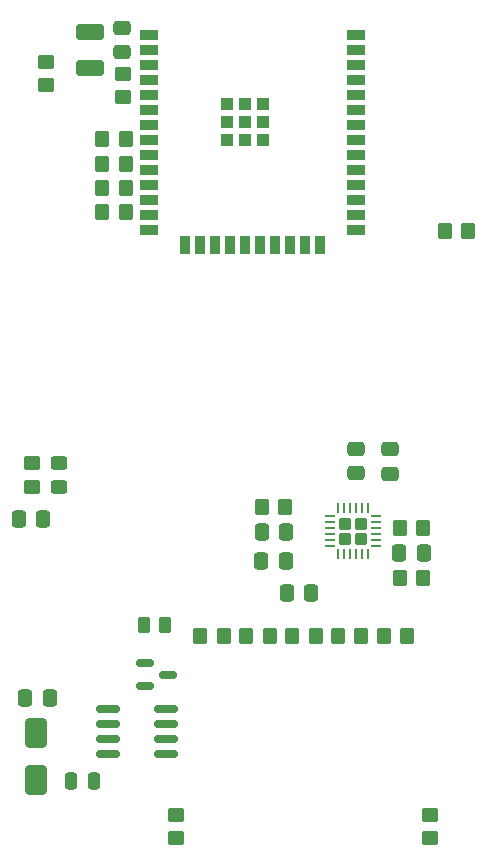
<source format=gbr>
%TF.GenerationSoftware,KiCad,Pcbnew,7.0.0-da2b9df05c~171~ubuntu22.10.1*%
%TF.CreationDate,2023-03-06T15:09:24+01:00*%
%TF.ProjectId,frakfurt_eth,6672616b-6675-4727-945f-6574682e6b69,rev?*%
%TF.SameCoordinates,Original*%
%TF.FileFunction,Paste,Top*%
%TF.FilePolarity,Positive*%
%FSLAX46Y46*%
G04 Gerber Fmt 4.6, Leading zero omitted, Abs format (unit mm)*
G04 Created by KiCad (PCBNEW 7.0.0-da2b9df05c~171~ubuntu22.10.1) date 2023-03-06 15:09:24*
%MOMM*%
%LPD*%
G01*
G04 APERTURE LIST*
G04 Aperture macros list*
%AMRoundRect*
0 Rectangle with rounded corners*
0 $1 Rounding radius*
0 $2 $3 $4 $5 $6 $7 $8 $9 X,Y pos of 4 corners*
0 Add a 4 corners polygon primitive as box body*
4,1,4,$2,$3,$4,$5,$6,$7,$8,$9,$2,$3,0*
0 Add four circle primitives for the rounded corners*
1,1,$1+$1,$2,$3*
1,1,$1+$1,$4,$5*
1,1,$1+$1,$6,$7*
1,1,$1+$1,$8,$9*
0 Add four rect primitives between the rounded corners*
20,1,$1+$1,$2,$3,$4,$5,0*
20,1,$1+$1,$4,$5,$6,$7,0*
20,1,$1+$1,$6,$7,$8,$9,0*
20,1,$1+$1,$8,$9,$2,$3,0*%
G04 Aperture macros list end*
%ADD10RoundRect,0.250000X-0.450000X0.350000X-0.450000X-0.350000X0.450000X-0.350000X0.450000X0.350000X0*%
%ADD11RoundRect,0.250000X0.450000X-0.325000X0.450000X0.325000X-0.450000X0.325000X-0.450000X-0.325000X0*%
%ADD12RoundRect,0.250000X0.350000X0.450000X-0.350000X0.450000X-0.350000X-0.450000X0.350000X-0.450000X0*%
%ADD13RoundRect,0.250000X-0.350000X-0.450000X0.350000X-0.450000X0.350000X0.450000X-0.350000X0.450000X0*%
%ADD14RoundRect,0.250000X0.275000X0.275000X-0.275000X0.275000X-0.275000X-0.275000X0.275000X-0.275000X0*%
%ADD15RoundRect,0.062500X0.350000X0.062500X-0.350000X0.062500X-0.350000X-0.062500X0.350000X-0.062500X0*%
%ADD16RoundRect,0.062500X0.062500X0.350000X-0.062500X0.350000X-0.062500X-0.350000X0.062500X-0.350000X0*%
%ADD17RoundRect,0.250000X0.925000X-0.412500X0.925000X0.412500X-0.925000X0.412500X-0.925000X-0.412500X0*%
%ADD18RoundRect,0.250000X-0.337500X-0.475000X0.337500X-0.475000X0.337500X0.475000X-0.337500X0.475000X0*%
%ADD19RoundRect,0.150000X-0.825000X-0.150000X0.825000X-0.150000X0.825000X0.150000X-0.825000X0.150000X0*%
%ADD20R,1.500000X0.900000*%
%ADD21R,0.900000X1.500000*%
%ADD22R,1.050000X1.050000*%
%ADD23RoundRect,0.250000X-0.475000X0.337500X-0.475000X-0.337500X0.475000X-0.337500X0.475000X0.337500X0*%
%ADD24RoundRect,0.250000X0.262500X0.450000X-0.262500X0.450000X-0.262500X-0.450000X0.262500X-0.450000X0*%
%ADD25RoundRect,0.250000X0.450000X-0.350000X0.450000X0.350000X-0.450000X0.350000X-0.450000X-0.350000X0*%
%ADD26RoundRect,0.150000X-0.587500X-0.150000X0.587500X-0.150000X0.587500X0.150000X-0.587500X0.150000X0*%
%ADD27RoundRect,0.250000X-0.650000X1.000000X-0.650000X-1.000000X0.650000X-1.000000X0.650000X1.000000X0*%
%ADD28RoundRect,0.250000X0.475000X-0.337500X0.475000X0.337500X-0.475000X0.337500X-0.475000X-0.337500X0*%
%ADD29RoundRect,0.250000X0.337500X0.475000X-0.337500X0.475000X-0.337500X-0.475000X0.337500X-0.475000X0*%
%ADD30RoundRect,0.250000X-0.250000X-0.475000X0.250000X-0.475000X0.250000X0.475000X-0.250000X0.475000X0*%
G04 APERTURE END LIST*
D10*
%TO.C,R14*%
X131885000Y-118500000D03*
X131885000Y-120500000D03*
%TD*%
D11*
%TO.C,D4*%
X100450000Y-90775000D03*
X100450000Y-88725000D03*
%TD*%
D12*
%TO.C,L1*%
X131300000Y-94250000D03*
X129300000Y-94250000D03*
%TD*%
D13*
%TO.C,R11*%
X129300000Y-98450000D03*
X131300000Y-98450000D03*
%TD*%
D12*
%TO.C,R9*%
X106100000Y-65450000D03*
X104100000Y-65450000D03*
%TD*%
D14*
%TO.C,U3*%
X126000000Y-95150000D03*
X126000000Y-93850000D03*
X124700000Y-95150000D03*
X124700000Y-93850000D03*
D15*
X127287500Y-95750000D03*
X127287500Y-95250000D03*
X127287500Y-94750000D03*
X127287500Y-94250000D03*
X127287500Y-93750000D03*
X127287500Y-93250000D03*
D16*
X126600000Y-92562500D03*
X126100000Y-92562500D03*
X125600000Y-92562500D03*
X125100000Y-92562500D03*
X124600000Y-92562500D03*
X124100000Y-92562500D03*
D15*
X123412500Y-93250000D03*
X123412500Y-93750000D03*
X123412500Y-94250000D03*
X123412500Y-94750000D03*
X123412500Y-95250000D03*
X123412500Y-95750000D03*
D16*
X124100000Y-96437500D03*
X124600000Y-96437500D03*
X125100000Y-96437500D03*
X125600000Y-96437500D03*
X126100000Y-96437500D03*
X126600000Y-96437500D03*
%TD*%
D17*
%TO.C,C4*%
X103050000Y-55287500D03*
X103050000Y-52212500D03*
%TD*%
D18*
%TO.C,C13*%
X97025000Y-93450000D03*
X99100000Y-93450000D03*
%TD*%
D19*
%TO.C,U4*%
X104575000Y-109545000D03*
X104575000Y-110815000D03*
X104575000Y-112085000D03*
X104575000Y-113355000D03*
X109525000Y-113355000D03*
X109525000Y-112085000D03*
X109525000Y-110815000D03*
X109525000Y-109545000D03*
%TD*%
D20*
%TO.C,U2*%
X108089999Y-52509999D03*
X108089999Y-53779999D03*
X108089999Y-55049999D03*
X108089999Y-56319999D03*
X108089999Y-57589999D03*
X108089999Y-58859999D03*
X108089999Y-60129999D03*
X108089999Y-61399999D03*
X108089999Y-62669999D03*
X108089999Y-63939999D03*
X108089999Y-65209999D03*
X108089999Y-66479999D03*
X108089999Y-67749999D03*
X108089999Y-69019999D03*
D21*
X111129999Y-70269999D03*
X112399999Y-70269999D03*
X113669999Y-70269999D03*
X114939999Y-70269999D03*
X116209999Y-70269999D03*
X117479999Y-70269999D03*
X118749999Y-70269999D03*
X120019999Y-70269999D03*
X121289999Y-70269999D03*
X122559999Y-70269999D03*
D20*
X125589999Y-69019999D03*
X125589999Y-67749999D03*
X125589999Y-66479999D03*
X125589999Y-65209999D03*
X125589999Y-63939999D03*
X125589999Y-62669999D03*
X125589999Y-61399999D03*
X125589999Y-60129999D03*
X125589999Y-58859999D03*
X125589999Y-57589999D03*
X125589999Y-56319999D03*
X125589999Y-55049999D03*
X125589999Y-53779999D03*
X125589999Y-52509999D03*
D22*
X114634999Y-58324999D03*
X114634999Y-59849999D03*
X114634999Y-61374999D03*
X116159999Y-58324999D03*
X116159999Y-59849999D03*
X116159999Y-61374999D03*
X117684999Y-58324999D03*
X117684999Y-59849999D03*
X117684999Y-61374999D03*
%TD*%
D18*
%TO.C,C8*%
X129262500Y-96350000D03*
X131337500Y-96350000D03*
%TD*%
D23*
%TO.C,C7*%
X125600000Y-87512500D03*
X125600000Y-89587500D03*
%TD*%
D24*
%TO.C,R15*%
X109462500Y-102450000D03*
X107637500Y-102450000D03*
%TD*%
D25*
%TO.C,R6*%
X105850000Y-57750000D03*
X105850000Y-55750000D03*
%TD*%
D26*
%TO.C,D2*%
X107762500Y-105700000D03*
X107762500Y-107600000D03*
X109637500Y-106650000D03*
%TD*%
D13*
%TO.C,R3*%
X124050000Y-103350000D03*
X126050000Y-103350000D03*
%TD*%
D10*
%TO.C,R5*%
X110335000Y-118500000D03*
X110335000Y-120500000D03*
%TD*%
D12*
%TO.C,R8*%
X106100000Y-63450000D03*
X104100000Y-63450000D03*
%TD*%
D27*
%TO.C,D3*%
X98500000Y-111600000D03*
X98500000Y-115600000D03*
%TD*%
D28*
%TO.C,C3*%
X105800000Y-53937500D03*
X105800000Y-51862500D03*
%TD*%
D25*
%TO.C,R16*%
X99350000Y-56750000D03*
X99350000Y-54750000D03*
%TD*%
D18*
%TO.C,C6*%
X119712500Y-99700000D03*
X121787500Y-99700000D03*
%TD*%
D13*
%TO.C,R7*%
X133100000Y-69050000D03*
X135100000Y-69050000D03*
%TD*%
D12*
%TO.C,R10*%
X106100000Y-67450000D03*
X104100000Y-67450000D03*
%TD*%
D13*
%TO.C,L2*%
X127950000Y-103350000D03*
X129950000Y-103350000D03*
%TD*%
D12*
%TO.C,R1*%
X114400000Y-103350000D03*
X112400000Y-103350000D03*
%TD*%
%TO.C,R2*%
X118300000Y-103350000D03*
X116300000Y-103350000D03*
%TD*%
D10*
%TO.C,R17*%
X98200000Y-88750000D03*
X98200000Y-90750000D03*
%TD*%
D18*
%TO.C,C12*%
X97612500Y-108650000D03*
X99687500Y-108650000D03*
%TD*%
D29*
%TO.C,C10*%
X119637500Y-97000000D03*
X117562500Y-97000000D03*
%TD*%
D12*
%TO.C,R4*%
X122200000Y-103350000D03*
X120200000Y-103350000D03*
%TD*%
D30*
%TO.C,C5*%
X101500000Y-115650000D03*
X103400000Y-115650000D03*
%TD*%
D12*
%TO.C,R13*%
X106100000Y-61300000D03*
X104100000Y-61300000D03*
%TD*%
D28*
%TO.C,C9*%
X128450000Y-89637500D03*
X128450000Y-87562500D03*
%TD*%
D13*
%TO.C,R12*%
X117600000Y-92450000D03*
X119600000Y-92450000D03*
%TD*%
D29*
%TO.C,C11*%
X119687500Y-94550000D03*
X117612500Y-94550000D03*
%TD*%
M02*

</source>
